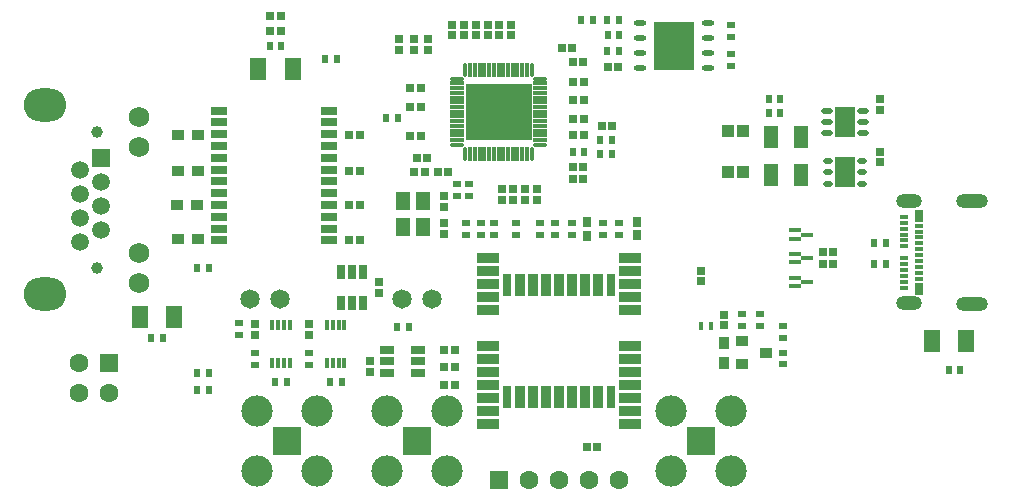
<source format=gts>
G04*
G04 #@! TF.GenerationSoftware,Altium Limited,Altium Designer,24.4.1 (13)*
G04*
G04 Layer_Color=8388736*
%FSLAX44Y44*%
%MOMM*%
G71*
G04*
G04 #@! TF.SameCoordinates,A723AC24-38B1-455C-9099-8EAC0CFC01AD*
G04*
G04*
G04 #@! TF.FilePolarity,Negative*
G04*
G01*
G75*
G04:AMPARAMS|DCode=25|XSize=1.05mm|YSize=0.45mm|CornerRadius=0.225mm|HoleSize=0mm|Usage=FLASHONLY|Rotation=180.000|XOffset=0mm|YOffset=0mm|HoleType=Round|Shape=RoundedRectangle|*
%AMROUNDEDRECTD25*
21,1,1.0500,0.0000,0,0,180.0*
21,1,0.6000,0.4500,0,0,180.0*
1,1,0.4500,-0.3000,0.0000*
1,1,0.4500,0.3000,0.0000*
1,1,0.4500,0.3000,0.0000*
1,1,0.4500,-0.3000,0.0000*
%
%ADD25ROUNDEDRECTD25*%
%ADD26R,3.5000X4.1000*%
%ADD48R,0.9000X1.0000*%
%ADD50R,0.7000X0.6000*%
%ADD51R,0.7000X0.8500*%
%ADD52R,1.4500X0.7000*%
%ADD53R,1.3000X1.5000*%
%ADD54R,0.7000X0.7400*%
%ADD55R,1.0000X0.9000*%
%ADD56R,1.4000X1.9000*%
%ADD57R,0.6000X0.7000*%
%ADD58R,0.4000X0.9000*%
%ADD59R,1.9000X0.9000*%
%ADD60R,0.4500X0.7500*%
%ADD61R,0.7400X0.7000*%
%ADD62R,1.0000X0.9000*%
%ADD63R,0.8000X1.9000*%
%ADD64R,0.9000X1.9000*%
%ADD65R,0.7000X1.2500*%
%ADD66R,1.2500X0.7000*%
%ADD67R,1.0144X0.3032*%
%ADD68R,1.0144X0.3540*%
%ADD69R,1.2000X0.3000*%
%ADD70O,0.8000X0.5000*%
%ADD71R,1.7500X2.5000*%
%ADD72O,1.0000X0.5000*%
%ADD73R,0.8000X0.4000*%
%ADD74R,0.8000X1.1000*%
G04:AMPARAMS|DCode=75|XSize=0.3mm|YSize=1.2mm|CornerRadius=0.1mm|HoleSize=0mm|Usage=FLASHONLY|Rotation=90.000|XOffset=0mm|YOffset=0mm|HoleType=Round|Shape=RoundedRectangle|*
%AMROUNDEDRECTD75*
21,1,0.3000,1.0000,0,0,90.0*
21,1,0.1000,1.2000,0,0,90.0*
1,1,0.2000,0.5000,0.0500*
1,1,0.2000,0.5000,-0.0500*
1,1,0.2000,-0.5000,-0.0500*
1,1,0.2000,-0.5000,0.0500*
%
%ADD75ROUNDEDRECTD75*%
G04:AMPARAMS|DCode=76|XSize=0.3mm|YSize=1.2mm|CornerRadius=0.1mm|HoleSize=0mm|Usage=FLASHONLY|Rotation=0.000|XOffset=0mm|YOffset=0mm|HoleType=Round|Shape=RoundedRectangle|*
%AMROUNDEDRECTD76*
21,1,0.3000,1.0000,0,0,0.0*
21,1,0.1000,1.2000,0,0,0.0*
1,1,0.2000,0.0500,-0.5000*
1,1,0.2000,-0.0500,-0.5000*
1,1,0.2000,-0.0500,0.5000*
1,1,0.2000,0.0500,0.5000*
%
%ADD76ROUNDEDRECTD76*%
%ADD77R,0.3000X1.2000*%
%ADD78R,5.7000X4.7000*%
%ADD79R,1.0000X1.1000*%
%ADD80R,1.3000X1.8500*%
%ADD81R,1.6000X1.6000*%
%ADD82C,1.6000*%
%ADD83C,1.0000*%
%ADD84O,3.6000X2.8000*%
%ADD85C,1.7500*%
%ADD86C,1.5000*%
%ADD87R,1.5000X1.5000*%
%ADD88C,1.6400*%
%ADD89C,2.6500*%
%ADD90R,2.3500X2.3500*%
%ADD91O,2.7000X1.2000*%
%ADD92O,2.2000X1.2000*%
%ADD93C,0.1000*%
D25*
X981000Y765950D02*
D03*
Y778650D02*
D03*
Y791350D02*
D03*
Y804050D02*
D03*
X924000D02*
D03*
Y791350D02*
D03*
Y778650D02*
D03*
Y765950D02*
D03*
D26*
X952500Y785000D02*
D03*
D48*
X995000Y533500D02*
D03*
Y516500D02*
D03*
D50*
X769000Y657500D02*
D03*
Y667500D02*
D03*
X906000Y625000D02*
D03*
Y635000D02*
D03*
X892000Y625000D02*
D03*
Y635000D02*
D03*
X1001000Y802000D02*
D03*
Y792000D02*
D03*
X776000Y625000D02*
D03*
Y635000D02*
D03*
X789000D02*
D03*
Y625000D02*
D03*
X1025000Y557500D02*
D03*
Y547500D02*
D03*
X1010000D02*
D03*
Y557500D02*
D03*
X1045000Y515000D02*
D03*
Y525000D02*
D03*
Y537500D02*
D03*
Y547500D02*
D03*
X597500Y524500D02*
D03*
Y514500D02*
D03*
X643443Y524482D02*
D03*
Y514483D02*
D03*
X779000Y657500D02*
D03*
Y667500D02*
D03*
X1001000Y778000D02*
D03*
Y768000D02*
D03*
X800000Y625000D02*
D03*
Y635000D02*
D03*
X866500Y625000D02*
D03*
Y635000D02*
D03*
X851500D02*
D03*
Y625000D02*
D03*
X819000Y635000D02*
D03*
Y625000D02*
D03*
X584000Y540000D02*
D03*
Y550000D02*
D03*
X839000Y635000D02*
D03*
Y625000D02*
D03*
D51*
X921000Y635750D02*
D03*
Y624250D02*
D03*
X879000Y635500D02*
D03*
Y624000D02*
D03*
D52*
X567250Y620000D02*
D03*
Y630000D02*
D03*
Y640000D02*
D03*
Y650000D02*
D03*
Y660000D02*
D03*
Y670000D02*
D03*
Y680000D02*
D03*
Y690000D02*
D03*
Y700000D02*
D03*
Y710000D02*
D03*
Y720000D02*
D03*
Y730000D02*
D03*
X660750D02*
D03*
Y720000D02*
D03*
Y710000D02*
D03*
Y700000D02*
D03*
Y690000D02*
D03*
Y680000D02*
D03*
Y670000D02*
D03*
Y660000D02*
D03*
Y650000D02*
D03*
Y640000D02*
D03*
Y630000D02*
D03*
Y620000D02*
D03*
D53*
X739720Y631500D02*
D03*
X722720D02*
D03*
X739720Y653500D02*
D03*
X722720D02*
D03*
D54*
X610600Y797500D02*
D03*
X619400D02*
D03*
X610600Y810000D02*
D03*
X619400D02*
D03*
X905400Y767000D02*
D03*
X896600D02*
D03*
X677600Y620000D02*
D03*
X686400D02*
D03*
Y650000D02*
D03*
X677600D02*
D03*
X686400Y679000D02*
D03*
X677600D02*
D03*
X686400Y709000D02*
D03*
X677600D02*
D03*
X866400Y783000D02*
D03*
X857600D02*
D03*
X766900Y527500D02*
D03*
X758100D02*
D03*
Y512500D02*
D03*
X766900D02*
D03*
X1078600Y600000D02*
D03*
X1087400D02*
D03*
X1078600Y610000D02*
D03*
X1087400D02*
D03*
X867258Y738500D02*
D03*
X876058D02*
D03*
X867158Y709000D02*
D03*
X875958D02*
D03*
X878600Y445000D02*
D03*
X887400D02*
D03*
X758100Y497500D02*
D03*
X766900D02*
D03*
X732600Y678000D02*
D03*
X741400D02*
D03*
X734600Y690000D02*
D03*
X743400D02*
D03*
X761400Y678000D02*
D03*
X752600D02*
D03*
X891158Y717000D02*
D03*
X899958D02*
D03*
X729158Y733000D02*
D03*
X737958D02*
D03*
X729158Y708000D02*
D03*
X737958D02*
D03*
X875400Y672000D02*
D03*
X866600D02*
D03*
X729158Y749000D02*
D03*
X737958D02*
D03*
X875958Y754000D02*
D03*
X867158D02*
D03*
X875400Y771000D02*
D03*
X866600D02*
D03*
X867158Y723000D02*
D03*
X875958D02*
D03*
X875400Y682000D02*
D03*
X866600D02*
D03*
D55*
X532500Y709000D02*
D03*
X549500D02*
D03*
X532500Y679000D02*
D03*
X549500D02*
D03*
X531500Y650000D02*
D03*
X548500D02*
D03*
X532500Y621000D02*
D03*
X549500D02*
D03*
D56*
X529500Y555000D02*
D03*
X500500D02*
D03*
X600500Y765000D02*
D03*
X629500D02*
D03*
X1199500Y535000D02*
D03*
X1170500D02*
D03*
D57*
X520000Y537000D02*
D03*
X510000D02*
D03*
X671000Y500000D02*
D03*
X661000D02*
D03*
X559000Y493000D02*
D03*
X549000D02*
D03*
X625000Y500000D02*
D03*
X615000D02*
D03*
X620000Y785000D02*
D03*
X610000D02*
D03*
X900000Y705000D02*
D03*
X890000D02*
D03*
X906000Y780000D02*
D03*
X896000D02*
D03*
X895942Y807000D02*
D03*
X905942D02*
D03*
X1122000Y618000D02*
D03*
X1132000D02*
D03*
Y600000D02*
D03*
X1122000D02*
D03*
X1042500Y740000D02*
D03*
X1032500D02*
D03*
X1032500Y727500D02*
D03*
X1042500D02*
D03*
X559000Y508000D02*
D03*
X549000D02*
D03*
X1185000Y510000D02*
D03*
X1195000D02*
D03*
X896250Y794250D02*
D03*
X906250D02*
D03*
X876558Y695000D02*
D03*
X866558D02*
D03*
X890000Y693000D02*
D03*
X900000D02*
D03*
X718000Y547000D02*
D03*
X728000D02*
D03*
X657000Y773500D02*
D03*
X667000D02*
D03*
X884000Y807000D02*
D03*
X874000D02*
D03*
X719000Y724000D02*
D03*
X709000D02*
D03*
X549000Y597000D02*
D03*
X559000D02*
D03*
D58*
X612500Y548000D02*
D03*
X617500D02*
D03*
X622500D02*
D03*
X627500D02*
D03*
Y516000D02*
D03*
X622500D02*
D03*
X617500D02*
D03*
X612500D02*
D03*
X658443Y515983D02*
D03*
X663443D02*
D03*
X668443D02*
D03*
X673443D02*
D03*
Y547982D02*
D03*
X668443D02*
D03*
X663443D02*
D03*
X658443D02*
D03*
D59*
X795000Y465000D02*
D03*
Y476000D02*
D03*
Y487000D02*
D03*
Y498000D02*
D03*
Y509000D02*
D03*
Y520000D02*
D03*
Y531000D02*
D03*
Y561000D02*
D03*
Y572000D02*
D03*
Y583000D02*
D03*
Y594000D02*
D03*
Y605000D02*
D03*
X915000D02*
D03*
Y594000D02*
D03*
Y583000D02*
D03*
Y572000D02*
D03*
Y561000D02*
D03*
Y531000D02*
D03*
Y520000D02*
D03*
Y509000D02*
D03*
Y498000D02*
D03*
Y487000D02*
D03*
Y476000D02*
D03*
Y465000D02*
D03*
D60*
X983500Y547500D02*
D03*
X975000D02*
D03*
D61*
X995000Y556900D02*
D03*
Y548100D02*
D03*
X597500Y548900D02*
D03*
Y540100D02*
D03*
X643443Y548883D02*
D03*
Y540083D02*
D03*
X695000Y517500D02*
D03*
Y508700D02*
D03*
X703000Y575600D02*
D03*
Y584400D02*
D03*
X826558Y663400D02*
D03*
Y654600D02*
D03*
X836558Y654600D02*
D03*
Y663400D02*
D03*
X1127002Y730770D02*
D03*
Y739570D02*
D03*
X975000Y585600D02*
D03*
Y594400D02*
D03*
X744558Y781600D02*
D03*
Y790400D02*
D03*
X1127002Y695170D02*
D03*
Y686370D02*
D03*
X816558Y663400D02*
D03*
Y654600D02*
D03*
X814558Y793600D02*
D03*
Y802400D02*
D03*
X757500Y625600D02*
D03*
Y634400D02*
D03*
Y657500D02*
D03*
Y648700D02*
D03*
X732058Y790400D02*
D03*
Y781600D02*
D03*
X804558Y793600D02*
D03*
Y802400D02*
D03*
X719558Y790400D02*
D03*
Y781600D02*
D03*
X794558Y802400D02*
D03*
Y793600D02*
D03*
X774558D02*
D03*
Y802400D02*
D03*
X784558D02*
D03*
Y793600D02*
D03*
X764558Y802400D02*
D03*
Y793600D02*
D03*
X806558Y654600D02*
D03*
Y663400D02*
D03*
D62*
X1030000Y525000D02*
D03*
X1010000Y515500D02*
D03*
Y534500D02*
D03*
D63*
X811000Y582500D02*
D03*
X899000D02*
D03*
Y487500D02*
D03*
X811000D02*
D03*
D64*
X822000Y582500D02*
D03*
X833000D02*
D03*
X844000D02*
D03*
X855000D02*
D03*
X866000D02*
D03*
X877000D02*
D03*
X888000D02*
D03*
Y487500D02*
D03*
X877000D02*
D03*
X866000D02*
D03*
X855000D02*
D03*
X844000D02*
D03*
X833000D02*
D03*
X822000D02*
D03*
D65*
X670500Y567000D02*
D03*
X680000D02*
D03*
X689500D02*
D03*
Y593000D02*
D03*
X680000D02*
D03*
X670500D02*
D03*
D66*
X735500Y508000D02*
D03*
Y517500D02*
D03*
Y527000D02*
D03*
X709500D02*
D03*
Y517500D02*
D03*
Y508000D02*
D03*
D67*
X1065080Y585000D02*
D03*
Y605000D02*
D03*
Y625000D02*
D03*
D68*
X1054920Y581444D02*
D03*
Y588556D02*
D03*
Y601444D02*
D03*
Y608556D02*
D03*
Y621444D02*
D03*
Y628556D02*
D03*
D69*
X768409Y705000D02*
D03*
Y709000D02*
D03*
Y753000D02*
D03*
Y749000D02*
D03*
Y745000D02*
D03*
Y741000D02*
D03*
Y737000D02*
D03*
Y733000D02*
D03*
Y729000D02*
D03*
Y725000D02*
D03*
Y721000D02*
D03*
Y717000D02*
D03*
Y713000D02*
D03*
X839409Y705000D02*
D03*
Y709000D02*
D03*
Y713000D02*
D03*
Y717000D02*
D03*
Y721000D02*
D03*
Y725000D02*
D03*
Y729000D02*
D03*
Y733000D02*
D03*
Y737000D02*
D03*
Y741000D02*
D03*
Y745000D02*
D03*
Y749000D02*
D03*
Y753000D02*
D03*
D70*
X1082752Y668170D02*
D03*
Y677670D02*
D03*
Y687170D02*
D03*
X1111252Y668170D02*
D03*
Y687170D02*
D03*
Y677670D02*
D03*
D71*
X1097002D02*
D03*
X1097002Y720170D02*
D03*
D72*
X1081752Y710670D02*
D03*
Y720170D02*
D03*
Y729670D02*
D03*
X1112252Y710670D02*
D03*
Y729670D02*
D03*
Y720170D02*
D03*
D73*
X1160000Y607500D02*
D03*
Y587500D02*
D03*
Y592500D02*
D03*
Y597500D02*
D03*
Y602500D02*
D03*
Y612500D02*
D03*
Y617500D02*
D03*
Y622500D02*
D03*
Y627500D02*
D03*
Y632500D02*
D03*
X1147000Y615000D02*
D03*
Y640000D02*
D03*
Y635000D02*
D03*
Y630000D02*
D03*
Y625000D02*
D03*
Y620000D02*
D03*
Y580000D02*
D03*
Y605000D02*
D03*
Y600000D02*
D03*
Y595000D02*
D03*
Y590000D02*
D03*
Y585000D02*
D03*
D74*
X1160000Y579000D02*
D03*
X1160100Y641000D02*
D03*
D75*
X768409Y757000D02*
D03*
Y701000D02*
D03*
X839409D02*
D03*
Y757000D02*
D03*
D76*
X775909Y693500D02*
D03*
X831909D02*
D03*
Y764500D02*
D03*
X775909D02*
D03*
D77*
X779909Y693500D02*
D03*
X783909D02*
D03*
X787909D02*
D03*
X791909D02*
D03*
X795909D02*
D03*
X799909D02*
D03*
X803909D02*
D03*
X807909D02*
D03*
X811909D02*
D03*
X815909D02*
D03*
X819909D02*
D03*
X823909D02*
D03*
X827909D02*
D03*
Y764500D02*
D03*
X823909D02*
D03*
X819909D02*
D03*
X815909D02*
D03*
X811909D02*
D03*
X807909D02*
D03*
X803909D02*
D03*
X799909D02*
D03*
X795909D02*
D03*
X791909D02*
D03*
X787909D02*
D03*
X783909D02*
D03*
X779909D02*
D03*
D78*
X803909Y729000D02*
D03*
D79*
X997752Y712670D02*
D03*
X1011252D02*
D03*
X997752Y677670D02*
D03*
X1011252D02*
D03*
D80*
X1034252Y675170D02*
D03*
X1059752D02*
D03*
Y707670D02*
D03*
X1034252D02*
D03*
D81*
X474400Y516400D02*
D03*
X804200Y417500D02*
D03*
D82*
X474400Y491000D02*
D03*
X449000Y516400D02*
D03*
Y491000D02*
D03*
X880400Y417500D02*
D03*
X905800D02*
D03*
X855000D02*
D03*
X829600D02*
D03*
D83*
X463700Y596900D02*
D03*
Y711700D02*
D03*
D84*
X420200Y574300D02*
D03*
Y734300D02*
D03*
D85*
X499700Y584200D02*
D03*
Y609600D02*
D03*
Y699000D02*
D03*
Y724400D02*
D03*
D86*
X449200Y618600D02*
D03*
X467000Y628800D02*
D03*
X449200Y639000D02*
D03*
X467000Y649200D02*
D03*
X449200Y659400D02*
D03*
X467000Y669600D02*
D03*
X449200Y679800D02*
D03*
D87*
X467000Y690000D02*
D03*
D88*
X747700Y570000D02*
D03*
X722300D02*
D03*
X618700D02*
D03*
X593300D02*
D03*
D89*
X709600Y475400D02*
D03*
X760400D02*
D03*
Y424600D02*
D03*
X709600D02*
D03*
X599600Y475400D02*
D03*
X650400D02*
D03*
Y424600D02*
D03*
X599600D02*
D03*
X949600D02*
D03*
X1000400D02*
D03*
Y475400D02*
D03*
X949600D02*
D03*
D90*
X735000Y450000D02*
D03*
X625000D02*
D03*
X975000D02*
D03*
D91*
X1204600Y566600D02*
D03*
Y653000D02*
D03*
D92*
X1151100Y566800D02*
D03*
Y653200D02*
D03*
D93*
X550000Y435000D02*
D03*
Y785000D02*
D03*
X1050000D02*
D03*
Y435000D02*
D03*
M02*

</source>
